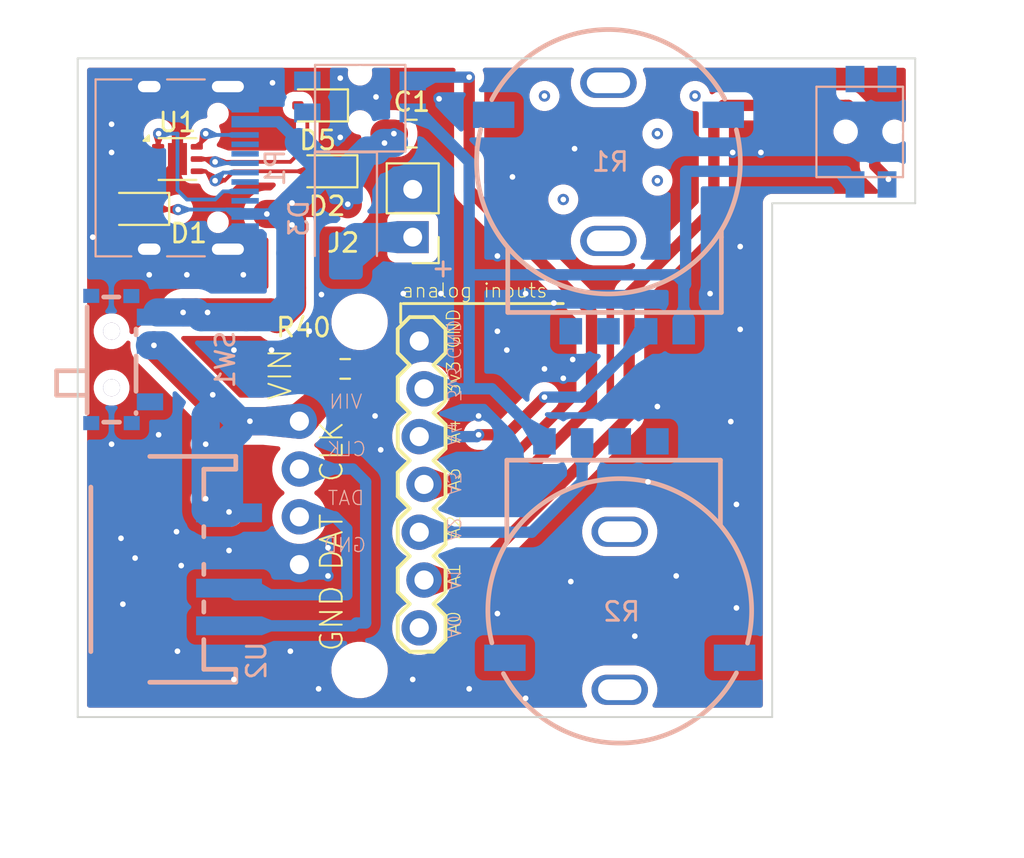
<source format=kicad_pcb>
(kicad_pcb (version 20241229) (generator "pcbnew") (generator_version "9.0")
  (layers (0 "F.Cu" signal) (2 "B.Cu" signal) (13 "F.Paste" user) (15 "B.Paste" user) (5 "F.SilkS" user "F.Silkscreen") (7 "B.SilkS" user "B.Silkscreen") (1 "F.Mask" user) (3 "B.Mask" user) (25 "Edge.Cuts" user))
  (net 0 "")
  (net 1 "GND")
  (net 2 "VIN")
  (net 3 "+3V3")
  (net 4 "AIN3")
  (net 5 "AIN2")
  (net 6 "AIN1")
  (net 7 "AIN4")
  (net 8 "AIN0")
  (net 9 "D+")
  (net 10 "D-")
  (net 11 "VBUS")
  (net 12 "CC1")
  (net 13 "CC2")
  (net 14 "MOSI_OUT")
  (net 15 "SCK_OUT")
  (net 28 "Net-(D3-A)")
  (footprint "Resistor_SMD:R_0603_1608Metric_Pad0.98x0.95mm_HandSolder" (layer "F.Cu") (at 175.4125 91.5 180)
    (property "Reference" "R40" (at 2.2125 2.2 0) (layer "F.SilkS"))
    (property "Value" "10k")
    (fp_line (start -0.254724 0.5225) (end 0.254724 0.5225) (stroke (width 0.12)) (layer "F.SilkS"))
    (fp_line (start -0.254724 -0.5225) (end 0.254724 -0.5225) (stroke (width 0.12)) (layer "F.SilkS"))
    (pad "1" smd roundrect (at -0.9125 0 180) (size 0.975 0.95) (layers "F.Cu" "F.Mask" "F.Paste") (net 1 "GND"))
    (pad "2" smd roundrect (at 0.9125 0 180) (size 0.975 0.95) (layers "F.Cu" "F.Mask" "F.Paste") (net 2 "VIN"))
  )
  (footprint "Capacitor_SMD:C_0805_2012Metric" (layer "F.Cu") (at 178.95 79)
    (property "Reference" "C1" (at 0 -1.68 0) (layer "F.SilkS"))
    (property "Value" "1u")
    (fp_line (start -0.261252 -0.735) (end 0.261252 -0.735) (stroke (width 0.12)) (layer "F.SilkS"))
    (fp_line (start -0.261252 0.735) (end 0.261252 0.735) (stroke (width 0.12)) (layer "F.SilkS"))
    (pad "1" smd roundrect (at -0.95 0) (size 1 1.45) (layers "F.Cu" "F.Mask" "F.Paste") (net 11 "VBUS"))
    (pad "2" smd roundrect (at 0.95 0) (size 1 1.45) (layers "F.Cu" "F.Mask" "F.Paste") (net 1 "GND"))
  )
  (footprint "" (layer "F.Cu") (at 176.17795 89)
    (property "Reference" "@HOLE0" (hide yes))
    (property "Value" "")
    (pad "" np_thru_hole circle (at 0 0) (size 2.5 2.5) (drill 2.5) (layers "*.Cu" "*.Mask"))
  )
  (footprint "" (layer "F.Cu") (at 176.17795 107.5)
    (property "Reference" "@HOLE1" (hide yes))
    (property "Value" "")
    (pad "" np_thru_hole circle (at 0 0) (size 2.5 2.5) (drill 2.5) (layers "*.Cu" "*.Mask"))
  )
  (footprint "1X04_NO_SILK_513" (layer "F.Cu") (at 172.97795 101.9 90)
    (property "Reference" "J4" (hide yes))
    (property "Value" "Conn_01x04_Pin")
    (pad "1" thru_hole circle (at 0 0 180) (size 1.8796 1.8796) (drill 1.016) (layers "*.Cu" "*.Mask") (net 1 "GND"))
    (pad "2" thru_hole circle (at 2.54 0 180) (size 1.8796 1.8796) (drill 1.016) (layers "*.Cu" "*.Mask") (net 14 "MOSI_OUT"))
    (pad "3" thru_hole circle (at 5.08 0 180) (size 1.8796 1.8796) (drill 1.016) (layers "*.Cu" "*.Mask") (net 15 "SCK_OUT"))
    (pad "4" thru_hole circle (at 7.62 0 180) (size 1.8796 1.8796) (drill 1.016) (layers "*.Cu" "*.Mask") (net 2 "VIN"))
  )
  (footprint "Connector_PinHeader_2.54mm:PinHeader_1x02_P2.54mm_Vertical" (layer "F.Cu") (at 179 84.5 180)
    (property "Reference" "J2" (at 3.7 -0.3 0) (layer "F.SilkS"))
    (property "Value" "Conn_01x02")
    (fp_line (start 1.38 1.27) (end 1.38 3.92) (stroke (width 0.12)) (layer "F.SilkS"))
    (fp_line (start -1.38 3.92) (end 1.38 3.92) (stroke (width 0.12)) (layer "F.SilkS"))
    (fp_line (start -1.38 1.27) (end 1.38 1.27) (stroke (width 0.12)) (layer "F.SilkS"))
    (fp_line (start -1.38 1.27) (end -1.38 3.92) (stroke (width 0.12)) (layer "F.SilkS"))
    (fp_line (start -1.38 0) (end -1.38 -1.38) (stroke (width 0.12)) (layer "F.SilkS"))
    (fp_line (start -1.38 -1.38) (end 0 -1.38) (stroke (width 0.12)) (layer "F.SilkS"))
    (pad "1" thru_hole rect (at 0 0 180) (size 1.7 1.7) (drill 1) (layers "*.Cu" "*.Mask") (net 28 "Net-(D3-A)"))
    (pad "2" thru_hole circle (at 0 2.54 180) (size 1.7 1.7) (drill 1) (layers "*.Cu" "*.Mask") (net 1 "GND"))
  )
  (footprint "Diode_SMD:D_SOD-323" (layer "F.Cu") (at 173.95 77.5 180)
    (property "Reference" "D5" (at 0 -1.85 0) (layer "F.SilkS"))
    (property "Value" "SD05_SOD323")
    (fp_line (start -1.61 0.85) (end 1.05 0.85) (stroke (width 0.12)) (layer "F.SilkS"))
    (fp_line (start -1.61 -0.85) (end 1.05 -0.85) (stroke (width 0.12)) (layer "F.SilkS"))
    (fp_line (start -1.61 -0.85) (end -1.61 0.85) (stroke (width 0.12)) (layer "F.SilkS"))
    (pad "1" smd roundrect (at -1.05 0 180) (size 0.6 0.45) (layers "F.Cu" "F.Mask" "F.Paste") (net 1 "GND"))
    (pad "2" smd roundrect (at 1.05 0 180) (size 0.6 0.45) (layers "F.Cu" "F.Mask" "F.Paste") (net 10 "D-"))
  )
  (footprint "Package_DFN_QFN:DFN-6-1EP_2x2mm_P0.65mm_EP1.01x1.7mm" (layer "F.Cu") (at 166.5 80.35)
    (property "Reference" "U1" (at 0 -1.95 0) (layer "F.SilkS"))
    (property "Value" "HUSB237")
    (fp_line (start -1 -1.11) (end 1 -1.11) (stroke (width 0.12)) (layer "F.SilkS"))
    (fp_line (start -1 1.11) (end 1 1.11) (stroke (width 0.12)) (layer "F.SilkS"))
    (fp_poly (pts (xy -1.52 -0.97) (xy -1.8 -0.97) (xy -1.52 -1.25)) (stroke (width 0.12)) (fill yes) (layer "F.SilkS"))
    (pad "1" smd roundrect (at -1.0275 -0.65) (size 0.645 0.3) (layers "F.Cu" "F.Mask" "F.Paste") (net 12 "CC1"))
    (pad "2" smd roundrect (at -1.0275 0) (size 0.645 0.3) (layers "F.Cu" "F.Mask" "F.Paste") (net 11 "VBUS"))
    (pad "3" smd roundrect (at -1.0275 0.65) (size 0.645 0.3) (layers "F.Cu" "F.Mask" "F.Paste") (net 1 "GND"))
    (pad "4" smd roundrect (at 1.0275 0.65) (size 0.645 0.3) (layers "F.Cu" "F.Mask" "F.Paste") (net 9 "D+"))
    (pad "5" smd roundrect (at 1.0275 0) (size 0.645 0.3) (layers "F.Cu" "F.Mask" "F.Paste") (net 10 "D-"))
    (pad "6" smd roundrect (at 1.0275 -0.65) (size 0.645 0.3) (layers "F.Cu" "F.Mask" "F.Paste") (net 13 "CC2"))
    (pad "7" smd rect (at 0 0) (size 1.01 1.7) (property pad_prop_heatsink) (layers "F.Cu" "F.Mask") (net 1 "GND"))
  )
  (footprint "Diode_SMD:D_SOD-323" (layer "F.Cu") (at 164.45 83 180)
    (property "Reference" "D1" (at -2.65 -1.3 0) (layer "F.SilkS"))
    (property "Value" "SD05_SOD323")
    (fp_line (start -1.61 0.85) (end 1.05 0.85) (stroke (width 0.12)) (layer "F.SilkS"))
    (fp_line (start -1.61 -0.85) (end 1.05 -0.85) (stroke (width 0.12)) (layer "F.SilkS"))
    (fp_line (start -1.61 -0.85) (end -1.61 0.85) (stroke (width 0.12)) (layer "F.SilkS"))
    (pad "1" smd roundrect (at -1.05 0 180) (size 0.6 0.45) (layers "F.Cu" "F.Mask" "F.Paste") (net 11 "VBUS"))
    (pad "2" smd roundrect (at 1.05 0 180) (size 0.6 0.45) (layers "F.Cu" "F.Mask" "F.Paste") (net 1 "GND"))
  )
  (footprint "Diode_SMD:D_SOD-323" (layer "F.Cu") (at 174.45 81 180)
    (property "Reference" "D2" (at 0 -1.85 0) (layer "F.SilkS"))
    (property "Value" "SD05_SOD323")
    (fp_line (start -1.61 0.85) (end 1.05 0.85) (stroke (width 0.12)) (layer "F.SilkS"))
    (fp_line (start -1.61 -0.85) (end 1.05 -0.85) (stroke (width 0.12)) (layer "F.SilkS"))
    (fp_line (start -1.61 -0.85) (end -1.61 0.85) (stroke (width 0.12)) (layer "F.SilkS"))
    (pad "1" smd roundrect (at -1.05 0 180) (size 0.6 0.45) (layers "F.Cu" "F.Mask" "F.Paste") (net 1 "GND"))
    (pad "2" smd roundrect (at 1.05 0 180) (size 0.6 0.45) (layers "F.Cu" "F.Mask" "F.Paste") (net 9 "D+"))
  )
  (footprint "1X07_LOCK_513" (layer "F.Cu") (at 179.47395 105.258 90)
    (property "Reference" "J3" (hide yes))
    (property "Value" "Conn_01x07_Pin")
    (fp_line (start 15.875 -1.27) (end 16.51 -0.635) (stroke (width 0.2032)) (layer "F.SilkS"))
    (fp_line (start 14.605 -1.27) (end 15.875 -1.27) (stroke (width 0.2032)) (layer "F.SilkS"))
    (fp_line (start 14.605 -1.27) (end 13.97 -0.635) (stroke (width 0.2032)) (layer "F.SilkS"))
    (fp_line (start 13.335 -1.27) (end 13.97 -0.635) (stroke (width 0.2032)) (layer "F.SilkS"))
    (fp_line (start 12.065 -1.27) (end 13.335 -1.27) (stroke (width 0.2032)) (layer "F.SilkS"))
    (fp_line (start 10.795 -1.27) (end 11.43 -0.635) (stroke (width 0.2032)) (layer "F.SilkS"))
    (fp_line (start 9.525 -1.27) (end 10.795 -1.27) (stroke (width 0.2032)) (layer "F.SilkS"))
    (fp_line (start 8.255 -1.27) (end 8.89 -0.635) (stroke (width 0.2032)) (layer "F.SilkS"))
    (fp_line (start 6.985 -1.27) (end 8.255 -1.27) (stroke (width 0.2032)) (layer "F.SilkS"))
    (fp_line (start 6.985 -1.27) (end 6.35 -0.635) (stroke (width 0.2032)) (layer "F.SilkS"))
    (fp_line (start 5.715 -1.27) (end 6.35 -0.635) (stroke (width 0.2032)) (layer "F.SilkS"))
    (fp_line (start 4.445 -1.27) (end 5.715 -1.27) (stroke (width 0.2032)) (layer "F.SilkS"))
    (fp_line (start 3.175 -1.27) (end 3.81 -0.635) (stroke (width 0.2032)) (layer "F.SilkS"))
    (fp_line (start 1.905 -1.27) (end 3.175 -1.27) (stroke (width 0.2032)) (layer "F.SilkS"))
    (fp_line (start 0.635 -1.27) (end 1.27 -0.635) (stroke (width 0.2032)) (layer "F.SilkS"))
    (fp_line (start -0.635 -1.27) (end 0.635 -1.27) (stroke (width 0.2032)) (layer "F.SilkS"))
    (fp_line (start -0.635 -1.27) (end -1.27 -0.635) (stroke (width 0.2032)) (layer "F.SilkS"))
    (fp_line (start 16.51 -0.635) (end 16.51 0.635) (stroke (width 0.2032)) (layer "F.SilkS"))
    (fp_line (start 11.43 -0.635) (end 12.065 -1.27) (stroke (width 0.2032)) (layer "F.SilkS"))
    (fp_line (start 8.89 -0.635) (end 9.525 -1.27) (stroke (width 0.2032)) (layer "F.SilkS"))
    (fp_line (start 3.81 -0.635) (end 4.445 -1.27) (stroke (width 0.2032)) (layer "F.SilkS"))
    (fp_line (start 1.27 -0.635) (end 1.905 -1.27) (stroke (width 0.2032)) (layer "F.SilkS"))
    (fp_line (start -1.27 -0.635) (end -1.27 0.635) (stroke (width 0.2032)) (layer "F.SilkS"))
    (fp_line (start 16.51 0.635) (end 15.875 1.27) (stroke (width 0.2032)) (layer "F.SilkS"))
    (fp_line (start 13.97 0.635) (end 14.605 1.27) (stroke (width 0.2032)) (layer "F.SilkS"))
    (fp_line (start 13.97 0.635) (end 13.335 1.27) (stroke (width 0.2032)) (layer "F.SilkS"))
    (fp_line (start 11.43 0.635) (end 10.795 1.27) (stroke (width 0.2032)) (layer "F.SilkS"))
    (fp_line (start 8.89 0.635) (end 8.255 1.27) (stroke (width 0.2032)) (layer "F.SilkS"))
    (fp_line (start 6.35 0.635) (end 6.985 1.27) (stroke (width 0.2032)) (layer "F.SilkS"))
    (fp_line (start 6.35 0.635) (end 5.715 1.27) (stroke (width 0.2032)) (layer "F.SilkS"))
    (fp_line (start 3.81 0.635) (end 3.175 1.27) (stroke (width 0.2032)) (layer "F.SilkS"))
    (fp_line (start 1.27 0.635) (end 0.635 1.27) (stroke (width 0.2032)) (layer "F.SilkS"))
    (fp_line (start -1.27 0.635) (end -0.635 1.27) (stroke (width 0.2032)) (layer "F.SilkS"))
    (fp_line (start 15.875 1.27) (end 14.605 1.27) (stroke (width 0.2032)) (layer "F.SilkS"))
    (fp_line (start 13.335 1.27) (end 12.065 1.27) (stroke (width 0.2032)) (layer "F.SilkS"))
    (fp_line (start 12.065 1.27) (end 11.43 0.635) (stroke (width 0.2032)) (layer "F.SilkS"))
    (fp_line (start 10.795 1.27) (end 9.525 1.27) (stroke (width 0.2032)) (layer "F.SilkS"))
    (fp_line (start 9.525 1.27) (end 8.89 0.635) (stroke (width 0.2032)) (layer "F.SilkS"))
    (fp_line (start 8.255 1.27) (end 6.985 1.27) (stroke (width 0.2032)) (layer "F.SilkS"))
    (fp_line (start 5.715 1.27) (end 4.445 1.27) (stroke (width 0.2032)) (layer "F.SilkS"))
    (fp_line (start 4.445 1.27) (end 3.81 0.635) (stroke (width 0.2032)) (layer "F.SilkS"))
    (fp_line (start 3.175 1.27) (end 1.905 1.27) (stroke (width 0.2032)) (layer "F.SilkS"))
    (fp_line (start 1.905 1.27) (end 1.27 0.635) (stroke (width 0.2032)) (layer "F.SilkS"))
    (fp_line (start 0.635 1.27) (end -0.635 1.27) (stroke (width 0.2032)) (layer "F.SilkS"))
    (pad "1" thru_hole circle (at 0 -0.127 180) (size 1.8796 1.8796) (drill 1.016) (layers "*.Cu" "*.Mask") (net 8 "AIN0"))
    (pad "2" thru_hole circle (at 2.54 0.127 180) (size 1.8796 1.8796) (drill 1.016) (layers "*.Cu" "*.Mask") (net 6 "AIN1"))
    (pad "3" thru_hole circle (at 5.08 -0.127 180) (size 1.8796 1.8796) (drill 1.016) (layers "*.Cu" "*.Mask") (net 5 "AIN2"))
    (pad "4" thru_hole circle (at 7.62 0.127 180) (size 1.8796 1.8796) (drill 1.016) (layers "*.Cu" "*.Mask") (net 4 "AIN3"))
    (pad "5" thru_hole circle (at 10.16 -0.127 180) (size 1.8796 1.8796) (drill 1.016) (layers "*.Cu" "*.Mask") (net 7 "AIN4"))
    (pad "6" thru_hole circle (at 12.7 0.127 180) (size 1.8796 1.8796) (drill 1.016) (layers "*.Cu" "*.Mask") (net 3 "+3V3"))
    (pad "7" thru_hole circle (at 15.24 -0.127 180) (size 1.8796 1.8796) (drill 1.016) (layers "*.Cu" "*.Mask") (net 1 "GND"))
  )
  (footprint "easyeda2kicad:RES-SMD_RK10J11R0A0H" (layer "B.Cu") (at 189.4 82.9 180)
    (property "Reference" "R1" (at -0.1 2.4 0) (layer "B.SilkS") (effects (justify mirror)))
    (property "Value" "RK10J11R0A0H")
    (fp_line (start 5.35 -5.6) (end 5.35 -2.2) (stroke (width 0.25)) (layer "B.SilkS"))
    (fp_line (start 5.35 -5.6) (end -6 -5.6) (stroke (width 0.25)) (layer "B.SilkS"))
    (fp_line (start -6 -1.6) (end -6 -1.3) (stroke (width 0.25)) (layer "B.SilkS"))
    (fp_line (start -6 -5.6) (end -6 -1.6) (stroke (width 0.25)) (layer "B.SilkS"))
    (fp_arc (start 6.199921 5.702762) (mid 0.021116 9.430032) (end -6.18 5.74) (stroke (width 0.25)) (layer "B.SilkS"))
    (fp_arc (start -6.794151 4.103626) (mid 0.008446 -4.61692) (end 6.79 4.12) (stroke (width 0.25)) (layer "B.SilkS"))
    (pad "1" smd rect (at -4 -6.6 90) (size 1.4 1.2) (layers "B.Cu" "B.Mask" "B.Paste") (net 3 "+3V3"))
    (pad "2" smd rect (at -2 -6.6 90) (size 1.4 1.2) (layers "B.Cu" "B.Mask" "B.Paste") (net 7 "AIN4"))
    (pad "3" smd rect (at 4 -6.6 90) (size 1.4 1.2) (layers "B.Cu" "B.Mask" "B.Paste") (net 1 "GND"))
    (pad "4" smd rect (at 0 -6.6 90) (size 1.4 1.2) (layers "B.Cu" "B.Mask" "B.Paste"))
    (pad "5" smd rect (at 2 -6.6 90) (size 1.4 1.2) (layers "B.Cu" "B.Mask" "B.Paste"))
    (pad "6" smd rect (at -6.1 4.9 270) (size 1.4 2.2) (layers "B.Cu" "B.Mask" "B.Paste"))
    (pad "6" smd rect (at 6.1 4.9 270) (size 1.4 2.2) (layers "B.Cu" "B.Mask" "B.Paste"))
    (pad "7" thru_hole oval (at 0 -1.8 270) (size 1.6 3) (drill oval 1.100023 2.300021) (layers "*.Cu" "*.Mask"))
    (pad "7" thru_hole oval (at 0 6.6 270) (size 1.6 3) (drill oval 1.100023 2.300021) (layers "*.Cu" "*.Mask"))
  )
  (footprint "switchLibrary:K2-1114SA-A4SW-06" (layer "B.Cu") (at 176.2 77.1)
    (property "Reference" "SW4" (hide yes))
    (property "Value" "SW_Push")
    (fp_line (start -2.39 -1.749999) (end -2.39 2.85) (stroke (width 0.12)) (layer "B.SilkS"))
    (fp_line (start -2.39 2.85) (end 2.41 2.850001) (stroke (width 0.12)) (layer "B.SilkS"))
    (fp_line (start 2.409999 -1.750001) (end -2.39 -1.749999) (stroke (width 0.12)) (layer "B.SilkS"))
    (fp_line (start 2.41 2.850001) (end 2.409999 -1.750001) (stroke (width 0.12)) (layer "B.SilkS"))
    (pad "" smd rect (at -2.800001 0.8) (size 1.4 1) (layers "B.Cu" "B.Mask" "B.Paste"))
    (pad "" smd rect (at -2.8 -0.899999) (size 1.4 1) (layers "B.Cu" "B.Mask" "B.Paste"))
    (pad "" np_thru_hole circle (at 0 -1.3) (size 0.8 0.8) (drill 0.8) (layers "*.Cu" "*.Mask"))
    (pad "" np_thru_hole circle (at 0 1.3) (size 0.8 0.8) (drill 0.8) (layers "*.Cu" "*.Mask"))
    (pad "1" smd rect (at 2.8 0.800001) (size 1.4 1) (layers "B.Cu" "B.Mask" "B.Paste") (net 3 "+3V3"))
    (pad "2" smd rect (at 2.8 -0.9) (size 1.4 1) (layers "B.Cu" "B.Mask" "B.Paste") (net 4 "AIN3"))
  )
  (footprint "switchLibrary:K2-1114SA-A4SW-06" (layer "B.Cu") (at 203.300001 78.9 -90)
    (property "Reference" "SW3" (hide yes))
    (property "Value" "SW_Push")
    (fp_line (start 2.41 2.850001) (end 2.409999 -1.750001) (stroke (width 0.12)) (layer "B.SilkS"))
    (fp_line (start -2.39 2.85) (end 2.41 2.850001) (stroke (width 0.12)) (layer "B.SilkS"))
    (fp_line (start -2.39 -1.749999) (end -2.39 2.85) (stroke (width 0.12)) (layer "B.SilkS"))
    (fp_line (start 2.409999 -1.750001) (end -2.39 -1.749999) (stroke (width 0.12)) (layer "B.SilkS"))
    (pad "" smd rect (at -2.800001 0.8 270) (size 1.4 1) (layers "B.Cu" "B.Mask" "B.Paste"))
    (pad "" smd rect (at -2.8 -0.899999 270) (size 1.4 1) (layers "B.Cu" "B.Mask" "B.Paste"))
    (pad "" np_thru_hole circle (at 0 -1.3 270) (size 0.8 0.8) (drill 0.8) (layers "*.Cu" "*.Mask"))
    (pad "" np_thru_hole circle (at 0 1.3 270) (size 0.8 0.8) (drill 0.8) (layers "*.Cu" "*.Mask"))
    (pad "1" smd rect (at 2.8 0.800001 270) (size 1.4 1) (layers "B.Cu" "B.Mask" "B.Paste") (net 3 "+3V3"))
    (pad "2" smd rect (at 2.8 -0.9 270) (size 1.4 1) (layers "B.Cu" "B.Mask" "B.Paste") (net 6 "AIN1"))
  )
  (footprint "Connector_USB:USB_C_Receptacle_HRO_TYPE-C-31-M-12" (layer "B.Cu") (at 166.05 80.82 90)
    (property "Reference" "P1" (at 0 5.645 90) (layer "B.SilkS") (effects (justify mirror)))
    (property "Value" "USB_C_Plug_USB2.0")
    (fp_line (start -4.7 -3.9) (end 4.7 -3.9) (stroke (width 0.12)) (layer "B.SilkS"))
    (fp_line (start 4.7 -2) (end 4.7 -3.9) (stroke (width 0.12)) (layer "B.SilkS"))
    (fp_line (start -4.7 -2) (end -4.7 -3.9) (stroke (width 0.12)) (layer "B.SilkS"))
    (fp_line (start 4.7 1.9) (end 4.7 -0.1) (stroke (width 0.12)) (layer "B.SilkS"))
    (fp_line (start -4.7 1.9) (end -4.7 -0.1) (stroke (width 0.12)) (layer "B.SilkS"))
    (pad "" np_thru_hole circle (at -2.89 2.6 90) (size 0.65 0.65) (drill 0.65) (layers "*.Cu" "*.Mask"))
    (pad "" np_thru_hole circle (at 2.89 2.6 90) (size 0.65 0.65) (drill 0.65) (layers "*.Cu" "*.Mask"))
    (pad "A1" smd rect (at -3.25 4.045 90) (size 0.6 1.45) (layers "B.Cu" "B.Mask" "B.Paste") (net 1 "GND"))
    (pad "A4" smd rect (at -2.45 4.045 90) (size 0.6 1.45) (layers "B.Cu" "B.Mask" "B.Paste") (net 11 "VBUS"))
    (pad "A5" smd rect (at -1.25 4.045 90) (size 0.3 1.45) (layers "B.Cu" "B.Mask" "B.Paste") (net 12 "CC1"))
    (pad "A6" smd rect (at -0.25 4.045 90) (size 0.3 1.45) (layers "B.Cu" "B.Mask" "B.Paste") (net 9 "D+"))
    (pad "A7" smd rect (at 0.25 4.045 90) (size 0.3 1.45) (layers "B.Cu" "B.Mask" "B.Paste") (net 10 "D-"))
    (pad "A8" smd rect (at 1.25 4.045 90) (size 0.3 1.45) (layers "B.Cu" "B.Mask" "B.Paste"))
    (pad "A9" smd rect (at 2.45 4.045 90) (size 0.6 1.45) (layers "B.Cu" "B.Mask" "B.Paste") (net 11 "VBUS"))
    (pad "A12" smd rect (at 3.25 4.045 90) (size 0.6 1.45) (layers "B.Cu" "B.Mask" "B.Paste") (net 1 "GND"))
    (pad "B1" smd rect (at 3.25 4.045 90) (size 0.6 1.45) (layers "B.Cu" "B.Mask" "B.Paste") (net 1 "GND"))
    (pad "B4" smd rect (at 2.45 4.045 90) (size 0.6 1.45) (layers "B.Cu" "B.Mask" "B.Paste") (net 11 "VBUS"))
    (pad "B5" smd rect (at 1.75 4.045 90) (size 0.3 1.45) (layers "B.Cu" "B.Mask" "B.Paste") (net 13 "CC2"))
    (pad "B6" smd rect (at 0.75 4.045 90) (size 0.3 1.45) (layers "B.Cu" "B.Mask" "B.Paste"))
    (pad "B7" smd rect (at -0.75 4.045 90) (size 0.3 1.45) (layers "B.Cu" "B.Mask" "B.Paste"))
    (pad "B8" smd rect (at -1.75 4.045 90) (size 0.3 1.45) (layers "B.Cu" "B.Mask" "B.Paste"))
    (pad "B9" smd rect (at -2.45 4.045 90) (size 0.6 1.45) (layers "B.Cu" "B.Mask" "B.Paste") (net 11 "VBUS"))
    (pad "B12" smd rect (at -3.25 4.045 90) (size 0.6 1.45) (layers "B.Cu" "B.Mask" "B.Paste") (net 1 "GND"))
    (pad "S1" thru_hole oval (at -4.32 -1.05 90) (size 1 1.6) (drill oval 0.6 1.2) (property pad_prop_heatsink) (layers "*.Cu" "*.Mask") (net 1 "GND"))
    (pad "S1" thru_hole oval (at -4.32 3.13 90) (size 1 2.1) (drill oval 0.6 1.7) (property pad_prop_heatsink) (layers "*.Cu" "*.Mask") (net 1 "GND"))
    (pad "S1" thru_hole oval (at 4.32 -1.05 90) (size 1 1.6) (drill oval 0.6 1.2) (property pad_prop_heatsink) (layers "*.Cu" "*.Mask") (net 1 "GND"))
    (pad "S1" thru_hole oval (at 4.32 3.13 90) (size 1 2.1) (drill oval 0.6 1.7) (property pad_prop_heatsink) (layers "*.Cu" "*.Mask") (net 1 "GND"))
  )
  (footprint "easyeda2kicad:SW-SMD_MK-12C03-G015" (layer "B.Cu") (at 163.48 91 90)
    (property "Reference" "SW1" (at 0 5.56 90) (layer "B.SilkS") (effects (justify mirror)))
    (property "Value" "MK-12C03-G015")
    (fp_line (start -0.6 -3.4) (end -0.6 -1.78) (stroke (width 0.25)) (layer "B.SilkS"))
    (fp_line (start -1.9 -3.4) (end -0.6 -3.4) (stroke (width 0.25)) (layer "B.SilkS"))
    (fp_line (start -0.6 -1.78) (end -0.6 -1.78) (stroke (width 0.25)) (layer "B.SilkS"))
    (fp_line (start -1.9 -1.78) (end -1.9 -3.4) (stroke (width 0.25)) (layer "B.SilkS"))
    (fp_line (start -2.85 -1.78) (end 2.8 -1.78) (stroke (width 0.25)) (layer "B.SilkS"))
    (fp_line (start 3.32 -0.09) (end 3.32 -0.9) (stroke (width 0.25)) (layer "B.SilkS"))
    (fp_line (start -3.33 -0.06) (end -3.33 -0.9) (stroke (width 0.25)) (layer "B.SilkS"))
    (fp_line (start 1.62 0.82) (end 1.31 0.82) (stroke (width 0.25)) (layer "B.SilkS"))
    (fp_line (start 0.18 0.82) (end -1.69 0.82) (stroke (width 0.25)) (layer "B.SilkS"))
    (fp_line (start -2.82 0.82) (end -2.87 0.82) (stroke (width 0.25)) (layer "B.SilkS"))
    (pad "" thru_hole circle (at -1.5 -0.48 90) (size 0.9 0.9) (drill 0.9) (layers "*.Cu" "*.Mask"))
    (pad "" thru_hole circle (at 1.5 -0.48 90) (size 0.9 0.9) (drill 0.9) (layers "*.Cu" "*.Mask"))
    (pad "1" smd rect (at -2.25 1.56 90) (size 0.9 1.4) (layers "B.Cu" "B.Mask" "B.Paste"))
    (pad "2" smd rect (at 0.75 1.56 90) (size 0.9 1.4) (layers "B.Cu" "B.Mask" "B.Paste") (net 2 "VIN"))
    (pad "3" smd rect (at 2.25 1.56 90) (size 0.9 1.4) (layers "B.Cu" "B.Mask" "B.Paste") (net 11 "VBUS"))
    (pad "4" smd rect (at -3.38 0.59 90) (size 0.75 0.85) (layers "B.Cu" "B.Mask" "B.Paste"))
    (pad "5" smd rect (at -3.38 -1.56 90) (size 0.75 0.85) (layers "B.Cu" "B.Mask" "B.Paste"))
    (pad "6" smd rect (at 3.37 0.57 90) (size 0.75 0.85) (layers "B.Cu" "B.Mask" "B.Paste"))
    (pad "7" smd rect (at 3.38 -1.56 90) (size 0.75 0.85) (layers "B.Cu" "B.Mask" "B.Paste"))
  )
  (footprint "Diode_SMD:D_SMA" (layer "B.Cu") (at 175.45 83.5 -90)
    (property "Reference" "D3" (at 0 2.5 90) (layer "B.SilkS") (effects (justify mirror)))
    (property "Value" "SS34")
    (fp_line (start -3.51 1.65) (end 2 1.65) (stroke (width 0.12)) (layer "B.SilkS"))
    (fp_line (start -3.51 1.65) (end -3.51 -1.65) (stroke (width 0.12)) (layer "B.SilkS"))
    (fp_line (start -3.51 -1.65) (end 2 -1.65) (stroke (width 0.12)) (layer "B.SilkS"))
    (pad "1" smd roundrect (at -2 0 270) (size 2.5 1.8) (layers "B.Cu" "B.Mask" "B.Paste") (roundrect_rratio 0.1388888889) (net 11 "VBUS"))
    (pad "2" smd roundrect (at 2 0 270) (size 2.5 1.8) (layers "B.Cu" "B.Mask" "B.Paste") (roundrect_rratio 0.1388888889) (net 28 "Net-(D3-A)"))
  )
  (footprint "easyeda2kicad:CONN-SMD_4P-P2.00_C2001RS10411M0101RC" (layer "B.Cu") (at 166.37 102.15 90)
    (property "Reference" "U2" (at -4.85 4.33 90) (layer "B.SilkS") (effects (justify mirror)))
    (property "Value" "ZX-PH2.0-WT4P")
    (fp_line (start -4.37 -4.47) (end 4.37 -4.47) (stroke (width 0.25)) (layer "B.SilkS"))
    (fp_line (start 3.73 1.53) (end 5.32 1.53) (stroke (width 0.25)) (layer "B.SilkS"))
    (fp_line (start 1.73 1.53) (end 2.27 1.53) (stroke (width 0.25)) (layer "B.SilkS"))
    (fp_line (start 0 1.53) (end 0.27 1.53) (stroke (width 0.25)) (layer "B.SilkS"))
    (fp_line (start 0 1.53) (end -0.27 1.53) (stroke (width 0.25)) (layer "B.SilkS"))
    (fp_line (start -1.73 1.53) (end -2.27 1.53) (stroke (width 0.25)) (layer "B.SilkS"))
    (fp_line (start -3.73 1.53) (end -5.31 1.53) (stroke (width 0.25)) (layer "B.SilkS"))
    (fp_line (start -5.31 1.53) (end -5.31 3.23) (stroke (width 0.25)) (layer "B.SilkS"))
    (fp_line (start 6 3.23) (end 6 -1.34) (stroke (width 0.25)) (layer "B.SilkS"))
    (fp_line (start 6 3.23) (end 5.32 3.23) (stroke (width 0.25)) (layer "B.SilkS"))
    (fp_line (start 5.32 3.23) (end 5.32 1.53) (stroke (width 0.25)) (layer "B.SilkS"))
    (fp_line (start -5.31 3.23) (end -6 3.23) (stroke (width 0.25)) (layer "B.SilkS"))
    (fp_line (start -6 3.23) (end -6 -1.34) (stroke (width 0.25)) (layer "B.SilkS"))
    (pad "1" smd rect (at -3 2.87 90) (size 1 3.5) (layers "B.Cu" "B.Mask" "B.Paste") (net 15 "SCK_OUT"))
    (pad "2" smd rect (at -1 2.87 90) (size 1 3.5) (layers "B.Cu" "B.Mask" "B.Paste") (net 14 "MOSI_OUT"))
    (pad "3" smd rect (at 1 2.87 90) (size 1 3.5) (layers "B.Cu" "B.Mask" "B.Paste") (net 1 "GND"))
    (pad "4" smd rect (at 3 2.87 90) (size 1 3.5) (layers "B.Cu" "B.Mask" "B.Paste") (net 2 "VIN"))
    (pad "5" smd rect (at -5.35 -2.87 90) (size 1.5 3.4) (layers "B.Cu" "B.Mask" "B.Paste") (net 1 "GND"))
    (pad "6" smd rect (at 5.35 -2.87 90) (size 1.5 3.4) (layers "B.Cu" "B.Mask" "B.Paste") (net 1 "GND"))
  )
  (footprint "easyeda2kicad:RES-SMD_RK10J11R0A0H" (layer "B.Cu") (at 190 101.95)
    (property "Reference" "R2" (at 0.1 2.45 0) (layer "B.SilkS") (effects (justify mirror)))
    (property "Value" "RK10J11R0A0H")
    (fp_line (start -6 -5.6) (end -6 -1.6) (stroke (width 0.25)) (layer "B.SilkS"))
    (fp_line (start -6 -1.6) (end -6 -1.3) (stroke (width 0.25)) (layer "B.SilkS"))
    (fp_line (start 5.35 -5.6) (end -6 -5.6) (stroke (width 0.25)) (layer "B.SilkS"))
    (fp_line (start 5.35 -5.6) (end 5.35 -2.2) (stroke (width 0.25)) (layer "B.SilkS"))
    (fp_arc (start -6.794151 4.103626) (mid 0.008446 -4.61692) (end 6.79 4.12) (stroke (width 0.25)) (layer "B.SilkS"))
    (fp_arc (start 6.199921 5.702762) (mid 0.021116 9.430032) (end -6.18 5.74) (stroke (width 0.25)) (layer "B.SilkS"))
    (pad "1" smd rect (at -4 -6.6 270) (size 1.4 1.2) (layers "B.Cu" "B.Mask" "B.Paste") (net 3 "+3V3"))
    (pad "2" smd rect (at -2 -6.6 270) (size 1.4 1.2) (layers "B.Cu" "B.Mask" "B.Paste") (net 5 "AIN2"))
    (pad "3" smd rect (at 4 -6.6 270) (size 1.4 1.2) (layers "B.Cu" "B.Mask" "B.Paste") (net 1 "GND"))
    (pad "4" smd rect (at 0 -6.6 270) (size 1.4 1.2) (layers "B.Cu" "B.Mask" "B.Paste"))
    (pad "5" smd rect (at 2 -6.6 270) (size 1.4 1.2) (layers "B.Cu" "B.Mask" "B.Paste"))
    (pad "6" smd rect (at -6.1 4.9 90) (size 1.4 2.2) (layers "B.Cu" "B.Mask" "B.Paste"))
    (pad "6" smd rect (at 6.1 4.9 90) (size 1.4 2.2) (layers "B.Cu" "B.Mask" "B.Paste"))
    (pad "7" thru_hole oval (at 0 -1.8 90) (size 1.6 3) (drill oval 1.100023 2.300021) (layers "*.Cu" "*.Mask"))
    (pad "7" thru_hole oval (at 0 6.6 90) (size 1.6 3) (drill oval 1.100023 2.300021) (layers "*.Cu" "*.Mask"))
  )
  (gr_line (start 178.48895 88.029) (end 186.99795 88.029) (stroke (width 0.1524)) (layer "F.SilkS"))
  (gr_line (start 178.36195 89.045) (end 178.36195 88.029) (stroke (width 0.1524)) (layer "F.SilkS"))
  (gr_line (start 198.1 82.7) (end 198.1 110) (stroke (width 0.1)) (layer "Edge.Cuts"))
  (gr_line (start 161.2 75) (end 161.2 110) (stroke (width 0.1)) (layer "Edge.Cuts"))
  (gr_line (start 205.7 82.7) (end 198.1 82.7) (stroke (width 0.1)) (layer "Edge.Cuts"))
  (gr_line (start 161.2 110) (end 198.1 110) (stroke (width 0.1)) (layer "Edge.Cuts"))
  (gr_line (start 205.7 82.7) (end 205.7 75) (stroke (width 0.1)) (layer "Edge.Cuts"))
  (gr_line (start 205.7 75) (end 161.2 75) (stroke (width 0.1)) (layer "Edge.Cuts"))
  (gr_text "A4" (at 181.58475 95.5094 90) (layer "F.SilkS") (effects (font (size 0.70104 0.70104) (thickness 0.06096)) (justify left bottom)))
  (gr_text "GND" (at 181.57475 90.4694 90) (layer "F.SilkS") (effects (font (size 0.70104 0.70104) (thickness 0.06096)) (justify left bottom)))
  (gr_text "GND" (at 175.37795 106.6 90) (layer "F.SilkS") (effects (font (size 1.1684 1.1684) (thickness 0.1016)) (justify left bottom)))
  (gr_text "CLK" (at 175.37795 97.6 90) (layer "F.SilkS") (effects (font (size 1.1684 1.1684) (thickness 0.1016)) (justify left bottom)))
  (gr_text "3v3" (at 181.58475 92.9694 90) (layer "F.SilkS") (effects (font (size 0.70104 0.70104) (thickness 0.06096)) (justify left bottom)))
  (gr_text "A3" (at 181.58475 98.0494 90) (layer "F.SilkS") (effects (font (size 0.70104 0.70104) (thickness 0.06096)) (justify left bottom)))
  (gr_text "VIN" (at 172.64545 93.246 90) (layer "F.SilkS") (effects (font (size 1.1684 1.1684) (thickness 0.1016)) (justify left bottom)))
  (gr_text "A1" (at 181.58475 103.1294 90) (layer "F.SilkS") (effects (font (size 0.70104 0.70104) (thickness 0.06096)) (justify left bottom)))
  (gr_text "A0" (at 181.58475 105.6694 90) (layer "F.SilkS") (effects (font (size 0.70104 0.70104) (thickness 0.06096)) (justify left bottom)))
  (gr_text "analog inputs" (at 178.36195 87.775 0) (layer "F.SilkS") (effects (font (size 0.747776 0.747776) (thickness 0.065024)) (justify left bottom)))
  (gr_text "A2" (at 181.58475 100.5894 90) (layer "F.SilkS") (effects (font (size 0.70104 0.70104) (thickness 0.06096)) (justify left bottom)))
  (gr_text "DAT" (at 175.37795 102.3 90) (layer "F.SilkS") (effects (font (size 1.1684 1.1684) (thickness 0.1016)) (justify left bottom)))
  (gr_text "A3" (at 181.58475 98.26062 -90) (layer "B.SilkS") (effects (font (size 0.70104 0.70104) (thickness 0.06096)) (justify left top mirror)))
  (gr_text "VIN" (at 176.37795 93.68 0) (layer "B.SilkS") (effects (font (size 0.747776 0.747776) (thickness 0.065024)) (justify left bottom mirror)))
  (gr_text "A1" (at 181.58475 103.34062 -90) (layer "B.SilkS") (effects (font (size 0.70104 0.70104) (thickness 0.06096)) (justify left top mirror)))
  (gr_text "CLK" (at 176.57795 96.2 0) (layer "B.SilkS") (effects (font (size 0.747776 0.747776) (thickness 0.065024)) (justify left bottom mirror)))
  (gr_text "A0" (at 181.58475 105.88062 -90) (layer "B.SilkS") (effects (font (size 0.70104 0.70104) (thickness 0.06096)) (justify left top mirror)))
  (gr_text "3v3" (at 181.58475 93.281512 -90) (layer "B.SilkS") (effects (font (size 0.70104 0.70104) (thickness 0.06096)) (justify left top mirror)))
  (gr_text "GND" (at 181.57475 91.048575 -90) (layer "B.SilkS") (effects (font (size 0.70104 0.70104) (thickness 0.06096)) (justify left top mirror)))
  (gr_text "GND" (at 176.57795 101.3 0) (layer "B.SilkS") (effects (font (size 0.747776 0.747776) (thickness 0.065024)) (justify left bottom mirror)))
  (gr_text "A4" (at 181.58475 95.62062 -90) (layer "B.SilkS") (effects (font (size 0.70104 0.70104) (thickness 0.06096)) (justify left top mirror)))
  (gr_text "+" (at 179.9 86.7 0) (layer "B.SilkS") (effects (font (size 1 1)) (justify left bottom)))
  (gr_text "A2" (at 181.58475 100.70062 -90) (layer "B.SilkS") (effects (font (size 0.70104 0.70104) (thickness 0.06096)) (justify left top mirror)))
  (gr_text "DAT" (at 176.47795 98.8 0) (layer "B.SilkS") (effects (font (size 0.747776 0.747776) (thickness 0.065024)) (justify left bottom mirror)))
  (via (at 192 81.5) (size 0.6) (drill 0.3) (layers "F.Cu" "B.Cu") (net 0))
  (via (at 194 77) (size 0.6) (drill 0.3) (layers "F.Cu" "B.Cu") (net 0))
  (via (at 187 82.5) (size 0.6) (drill 0.3) (layers "F.Cu" "B.Cu") (net 0))
  (via (at 192 79) (size 0.6) (drill 0.3) (layers "F.Cu" "B.Cu") (net 0))
  (via (at 186 77) (size 0.6) (drill 0.3) (layers "F.Cu" "B.Cu") (net 0))
  (segment (start 165.85 81) (end 166.5 80.35) (width 0.2) (layer "F.Cu") (net 1))
  (segment (start 166.5 80.35) (end 166.5 77) (width 0.6) (layer "F.Cu") (net 1))
  (segment (start 165 85.14) (end 163.4 83.54) (width 0.2) (layer "F.Cu") (net 1))
  (segment (start 163.4 83.54) (end 163.4 83) (width 0.2) (layer "F.Cu") (net 1))
  (segment (start 166.5 77) (end 165.5 77) (width 0.6) (layer "F.Cu") (net 1))
  (segment (start 165.4725 81) (end 165.85 81) (width 0.2) (layer "F.Cu") (net 1))
  (segment (start 165.5 77) (end 165 76.5) (width 0.6) (layer "F.Cu") (net 1))
  (via (at 171.55 76.3) (size 0.6) (drill 0.3) (layers "F.Cu" "B.Cu") (net 1))
  (via (at 164.25 101.55) (size 0.6) (drill 0.3) (layers "F.Cu" "B.Cu") (net 1))
  (via (at 163 80) (size 0.6) (drill 0.3) (layers "F.Cu" "B.Cu") (net 1))
  (via (at 166.5 106.5) (size 0.6) (drill 0.3) (layers "F.Cu" "B.Cu") (net 1))
  (via (at 185 109) (size 0.6) (drill 0.3) (layers "F.Cu" "B.Cu") (net 1))
  (via (at 196.4 89.4) (size 0.6) (drill 0.3) (layers "F.Cu" "B.Cu") (net 1))
  (via (at 197.5 80) (size 0.6) (drill 0.3) (layers "F.Cu" "B.Cu") (net 1))
  (via (at 182.5 94) (size 0.6) (drill 0.3) (layers "F.Cu" "B.Cu") (net 1))
  (via (at 187 92) (size 0.6) (drill 0.3) (layers "F.Cu" "B.Cu") (net 1))
  (via (at 180.5 87.5) (size 0.6) (drill 0.3) (layers "F.Cu" "B.Cu") (net 1))
  (via (at 187.5 91) (size 0.6) (drill 0.3) (layers "F.Cu" "B.Cu") (net 1))
  (via (at 196.2 104.2) (size 0.6) (drill 0.3) (layers "F.Cu" "B.Cu") (net 1))
  (via (at 185 87.5) (size 0.6) (drill 0.3) (layers "F.Cu" "B.Cu") (net 1))
  (via (at 174.5 101) (size 0.6) (drill 0.3) (layers "F.Cu" "B.Cu") (net 1))
  (via (at 169.5 90.5) (size 0.6) (drill 0.3) (layers "F.Cu" "B.Cu") (net 1))
  (via (at 190.8 105.7) (size 0.6) (drill 0.3) (layers "F.Cu" "B.Cu") (net 1))
  (via (at 196.4 85) (size 0.6) (drill 0.3) (layers "F.Cu" "B.Cu") (net 1))
  (via (at 163.6 104) (size 0.6) (drill 0.3) (layers "F.Cu" "B.Cu") (net 1))
  (via (at 183.5 89.5) (size 0.6) (drill 0.3) (layers "F.Cu" "B.Cu") (net 1))
  (via (at 166.7 101.95) (size 0.6) (drill 0.3) (layers "F.Cu" "B.Cu") (net 1))
  (via (at 169.24 101.15) (size 0.6) (drill 0.3) (layers "F.Cu" "B.Cu") (net 1))
  (via (at 186.5 88) (size 0.6) (drill 0.3) (layers "F.Cu" "B.Cu") (net 1))
  (via (at 173.5 89.5) (size 0.6) (drill 0.3) (layers "F.Cu" "B.Cu") (net 1))
  (via (at 165 86.5) (size 0.6) (drill 0.3) (layers "F.Cu" "B.Cu") (net 1))
  (via (at 174 108.5) (size 0.6) (drill 0.3) (layers "F.Cu" "B.Cu") (net 1))
  (via (at 177 94) (size 0.6) (drill 0.3) (layers "F.Cu" "B.Cu") (net 1))
  (via (at 170 86.5) (size 0.6) (drill 0.3) (layers "F.Cu" "B.Cu") (net 1))
  (via (at 186 91.5) (size 0.6) (drill 0.3) (layers "F.Cu" "B.Cu") (net 1))
  (via (at 178.5 87.5) (size 0.6) (drill 0.3) (layers "F.Cu" "B.Cu") (net 1))
  (via (at 175.15 76.05) (size 0.6) (drill 0.3) (layers "F.Cu" "B.Cu") (net 1))
  (via (at 187.4 102.8) (size 0.6) (drill 0.3) (layers "F.Cu" "B.Cu") (net 1))
  (via (at 166.45 100.15) (size 0.6) (drill 0.3) (layers "F.Cu" "B.Cu") (net 1))
  (via (at 192 93.5) (size 0.6) (drill 0.3) (layers "F.Cu" "B.Cu") (net 1))
  (via (at 183.5 104.5) (size 0.6) (drill 0.3) (layers "F.Cu" "B.Cu") (net 1))
  (via (at 171.5 90.5) (size 0.6) (drill 0.3) (layers "F.Cu" "B.Cu") (net 1))
  (via (at 167 86.5) (size 0.6) (drill 0.3) (layers "F.Cu" "B.Cu") (net 1))
  (via (at 177.3 95.8) (size 0.6) (drill 0.3) (layers "F.Cu" "B.Cu") (net 1))
  (via (at 179 108) (size 0.6) (drill 0.3) (layers "F.Cu" "B.Cu") (net 1))
  (via (at 177.05 77.05) (size 0.6) (drill 0.3) (layers "F.Cu" "B.Cu") (net 1))
  (via (at 194.8 87.5) (size 0.6) (drill 0.3) (layers "F.Cu" "B.Cu") (net 1))
  (via (at 193 102.5) (size 0.6) (drill 0.3) (layers "F.Cu" "B.Cu") (net 1))
  (via (at 174.5 102.5) (size 0.6) (drill 0.3) (layers "F.Cu" "B.Cu") (net 1))
  (via (at 163 95.5) (size 0.6) (drill 0.3) (layers "F.Cu" "B.Cu") (net 1))
  (via (at 180.4 77.15) (size 0.6) (drill 0.3) (layers "F.Cu" "B.Cu") (net 1))
  (via (at 184 90.5) (size 0.6) (drill 0.3) (layers "F.Cu" "B.Cu") (net 1))
  (via (at 184.3 81.3) (size 0.6) (drill 0.3) (layers "F.Cu" "B.Cu") (net 1))
  (via (at 162 84.5) (size 0.6) (drill 0.3) (layers "F.Cu" "B.Cu") (net 1))
  (via (at 172.5 106.5) (size 0.6) (drill 0.3) (layers "F.Cu" "B.Cu") (net 1))
  (via (at 165.5 95) (size 0.6) (drill 0.3) (layers "F.Cu" "B.Cu") (net 1))
  (via (at 182 108.5) (size 0.6) (drill 0.3) (layers "F.Cu" "B.Cu") (net 1))
  (via (at 175.15 79.2) (size 0.6) (drill 0.3) (layers "F.Cu" "B.Cu") (net 1))
  (via (at 163.5 100.5) (size 0.6) (drill 0.3) (layers "F.Cu" "B.Cu") (net 1))
  (via (at 196 80) (size 0.6) (drill 0.3) (layers "F.Cu" "B.Cu") (net 1))
  (via (at 163 78.5) (size 0.6) (drill 0.3) (layers "F.Cu" "B.Cu") (net 1))
  (via (at 196.2 98.7) (size 0.6) (drill 0.3) (layers "F.Cu" "B.Cu") (net 1))
  (via (at 195.9 94.3) (size 0.6) (drill 0.3) (layers "F.Cu" "B.Cu") (net 1))
  (via (at 183.5 85.5) (size 0.6) (drill 0.3) (layers "F.Cu" "B.Cu") (net 1))
  (via (at 169.5 108) (size 0.6) (drill 0.3) (layers "F.Cu" "B.Cu") (net 1))
  (via (at 191.5 97.5) (size 0.6) (drill 0.3) (layers "F.Cu" "B.Cu") (net 1))
  (via (at 187.6 79.8) (size 0.6) (drill 0.3) (layers "F.Cu" "B.Cu") (net 1))
  (via (at 174.15 87.55) (size 0.6) (drill 0.3) (layers "F.Cu" "B.Cu") (net 1))
  (segment (start 169.18 76.5) (end 169.18 76.584753) (width 1.5) (layer "B.Cu") (net 1))
  (segment (start 169.714247 77.119) (end 170.095 77.119) (width 1.5) (layer "B.Cu") (net 1))
  (segment (start 169.714247 84.521) (end 170.095 84.521) (width 1.5) (layer "B.Cu") (net 1))
  (segment (start 169.18 85.14) (end 169.18 85.055247) (width 1.5) (layer "B.Cu") (net 1))
  (segment (start 169.18 76.584753) (end 169.714247 77.119) (width 1.5) (layer "B.Cu") (net 1))
  (segment (start 165 85.14) (end 169.18 85.14) (width 1.5) (layer "B.Cu") (net 1))
  (segment (start 169.18 85.055247) (end 169.714247 84.521) (width 1.5) (layer "B.Cu") (net 1))
  (segment (start 165 76.5) (end 169.18 76.5) (width 1.5) (layer "B.Cu") (net 1))
  (segment (start 165.25 90.25) (end 169.28 94.28) (width 1.5) (layer "F.Cu") (net 2))
  (segment (start 169.28 94.28) (end 172.97795 94.28) (width 1.5) (layer "F.Cu") (net 2))
  (segment (start 174.5 92.75795) (end 172.97795 94.28) (width 1.5) (layer "F.Cu") (net 2))
  (segment (start 174.5 91.5) (end 174.5 92.75795) (width 1.5) (layer "F.Cu") (net 2))
  (via (at 168 98.4) (size 0.6) (drill 0.3) (layers "F.Cu" "B.Cu") (net 2))
  (via (at 170.35 94.28) (size 0.6) (drill 0.3) (layers "F.Cu" "B.Cu") (net 2))
  (via (at 165.25 90.25) (size 0.6) (drill 0.3) (layers "F.Cu" "B.Cu") (net 2))
  (via (at 168.375 92.875) (size 0.6) (drill 0.3) (layers "F.Cu" "B.Cu") (net 2))
  (via (at 168 95.5) (size 0.6) (drill 0.3) (layers "F.Cu" "B.Cu") (net 2))
  (via (at 169.24 99.1) (size 0.6) (drill 0.3) (layers "F.Cu" "B.Cu") (net 2))
  (segment (start 169.24 99.15) (end 168.15 99.15) (width 1.5) (layer "B.Cu") (net 2))
  (segment (start 165.25 90.25) (end 165.75 90.25) (width 1.5) (layer "B.Cu") (net 2))
  (segment (start 169.78 94.28) (end 169.78 94.72) (width 1.5) (layer "B.Cu") (net 2))
  (segment (start 165.04 90.25) (end 165.25 90.25) (width 1.5) (layer "B.Cu") (net 2))
  (segment (start 168 98.4) (end 168 95.5) (width 1.5) (layer "B.Cu") (net 2))
  (segment (start 168.75 93.25) (end 169.78 94.28) (width 1.5) (layer "B.Cu") (net 2))
  (segment (start 168 94) (end 168.75 93.25) (width 1.5) (layer "B.Cu") (net 2))
  (segment (start 168 95.5) (end 168 94) (width 1.5) (layer "B.Cu") (net 2))
  (segment (start 169.78 94.28) (end 170.35 94.28) (width 1.5) (layer "B.Cu") (net 2))
  (segment (start 168.375 92.875) (end 168.75 93.25) (width 1.5) (layer "B.Cu") (net 2))
  (segment (start 168.15 99.15) (end 168 99) (width 1.5) (layer "B.Cu") (net 2))
  (segment (start 169.24 99.1) (end 169.24 99.15) (width 1.5) (layer "B.Cu") (net 2))
  (segment (start 170.35 94.28) (end 172.97795 94.28) (width 1.5) (layer "B.Cu") (net 2))
  (segment (start 169.24 95.26) (end 169.24 99.1) (width 1.5) (layer "B.Cu") (net 2))
  (segment (start 168 99) (end 168 98.4) (width 1.5) (layer "B.Cu") (net 2))
  (segment (start 169.78 94.72) (end 169.24 95.26) (width 1.5) (layer "B.Cu") (net 2))
  (segment (start 165.75 90.25) (end 168.375 92.875) (width 1.5) (layer "B.Cu") (net 2))
  (segment (start 193.5 81) (end 193.5 87) (width 0.6) (layer "B.Cu") (net 3))
  (segment (start 202 81) (end 202 81.2) (width 0.6) (layer "B.Cu") (net 3))
  (segment (start 193 86.5) (end 182 86.5) (width 0.6) (layer "B.Cu") (net 3))
  (segment (start 182 92.558) (end 183.208 92.558) (width 0.6) (layer "B.Cu") (net 3))
  (segment (start 182 80.5) (end 182 86.5) (width 0.6) (layer "B.Cu") (net 3))
  (segment (start 193.5 87) (end 193 86.5) (width 0.6) (layer "B.Cu") (net 3))
  (segment (start 179.60095 92.558) (end 182 92.558) (width 0.6) (layer "B.Cu") (net 3))
  (segment (start 202 81) (end 193.5 81) (width 0.6) (layer "B.Cu") (net 3))
  (segment (start 179 77.700001) (end 179.2 77.700001) (width 0.6) (layer "B.Cu") (net 3))
  (segment (start 179.2 77.700001) (end 182 80.5) (width 0.6) (layer "B.Cu") (net 3))
  (segment (start 193.4 89.5) (end 193.4 87.1) (width 0.6) (layer "B.Cu") (net 3))
  (segment (start 202 81.2) (end 202.5 81.7) (width 0.6) (layer "B.Cu") (net 3))
  (segment (start 183.208 92.558) (end 186 95.35) (width 0.6) (layer "B.Cu") (net 3))
  (segment (start 182 86.5) (end 182 92.558) (width 0.6) (layer "B.Cu") (net 3))
  (segment (start 193.4 87.1) (end 193.5 87) (width 0.6) (layer "B.Cu") (net 3))
  (segment (start 179.60095 97.638) (end 184.362 97.638) (width 0.6) (layer "F.Cu") (net 4))
  (segment (start 184.362 97.638) (end 188.5 93.5) (width 0.6) (layer "F.Cu") (net 4))
  (segment (start 188.5 93.5) (end 188.5 88.5) (width 0.6) (layer "F.Cu") (net 4))
  (segment (start 188.5 88.5) (end 183 83) (width 0.6) (layer "F.Cu") (net 4))
  (segment (start 183 83) (end 182 82) (width 0.6) (layer "F.Cu") (net 4))
  (segment (start 182 82) (end 182 76) (width 0.6) (layer "F.Cu") (net 4))
  (via (at 182 76) (size 0.6) (drill 0.3) (layers "F.Cu" "B.Cu") (net 4))
  (segment (start 179 76) (end 182 76) (width 0.6) (layer "B.Cu") (net 4))
  (segment (start 188 95.35) (end 188 97.5) (width 0.6) (layer "B.Cu") (net 5))
  (segment (start 185.322 100.178) (end 179.34695 100.178) (width 0.6) (layer "B.Cu") (net 5))
  (segment (start 188 97.5) (end 185.322 100.178) (width 0.6) (layer "B.Cu") (net 5))
  (segment (start 203.55 78.9) (end 203.55 80.15) (width 0.6) (layer "F.Cu") (net 6))
  (segment (start 179.60095 102.718) (end 181.782 102.718) (width 0.6) (layer "F.Cu") (net 6))
  (segment (start 181.782 102.718) (end 190.5 94) (width 0.6) (layer "F.Cu") (net 6))
  (segment (start 195.5 77.5) (end 202 77.5) (width 0.6) (layer "F.Cu") (net 6))
  (segment (start 203.55 80.7) (end 204.275 81.425) (width 0.6) (layer "F.Cu") (net 6))
  (segment (start 202.15 77.5) (end 203.55 78.9) (width 0.6) (layer "F.Cu") (net 6))
  (segment (start 204.275 81.425) (end 204.35 81.5) (width 0.6) (layer "F.Cu") (net 6))
  (segment (start 202 77.5) (end 202.15 77.5) (width 0.6) (layer "F.Cu") (net 6))
  (segment (start 190.5 94) (end 190.5 87.5) (width 0.6) (layer "F.Cu") (net 6))
  (segment (start 195 78) (end 195.5 77.5) (width 0.6) (layer "F.Cu") (net 6))
  (segment (start 195 83) (end 195 78) (width 0.6) (layer "F.Cu") (net 6))
  (segment (start 190.5 87.5) (end 195 83) (width 0.6) (layer "F.Cu") (net 6))
  (segment (start 203.55 80.15) (end 203.55 80.7) (width 0.6) (layer "F.Cu") (net 6))
  (via (at 204.275 81.425) (size 0.6) (drill 0.3) (layers "F.Cu" "B.Cu") (net 6))
  (segment (start 182.5 95) (end 184 95) (width 0.6) (layer "F.Cu") (net 7))
  (segment (start 184 95) (end 186 93) (width 0.6) (layer "F.Cu") (net 7))
  (via (at 186 93) (size 0.6) (drill 0.3) (layers "F.Cu" "B.Cu") (net 7))
  (via (at 182.5 95) (size 0.6) (drill 0.3) (layers "F.Cu" "B.Cu") (net 7))
  (segment (start 188 93) (end 186 93) (width 0.6) (layer "B.Cu") (net 7))
  (segment (start 191.4 89.5) (end 191.4 89.6) (width 0.6) (layer "B.Cu") (net 7))
  (segment (start 182.402 95.098) (end 182.5 95) (width 0.6) (layer "B.Cu") (net 7))
  (segment (start 191.4 89.6) (end 188 93) (width 0.6) (layer "B.Cu") (net 7))
  (segment (start 179.34695 95.098) (end 182.402 95.098) (width 0.6) (layer "B.Cu") (net 7))
  (segment (start 169.5 81) (end 173.4 81) (width 0.2) (layer "F.Cu") (net 9))
  (segment (start 168 81) (end 168.5 81.5) (width 0.2) (layer "F.Cu") (net 9))
  (segment (start 167.5275 81) (end 168 81) (width 0.2) (layer "F.Cu") (net 9))
  (segment (start 168.5 81.5) (end 169 81.5) (width 0.2) (layer "F.Cu") (net 9))
  (segment (start 169 81.5) (end 169.5 81) (width 0.2) (layer "F.Cu") (net 9))
  (via (at 168.5 81.5) (size 0.6) (drill 0.3) (layers "F.Cu" "B.Cu") (net 9))
  (segment (start 168.93 81.07) (end 168.5 81.5) (width 0.2) (layer "B.Cu") (net 9))
  (segment (start 170.095 81.07) (end 168.93 81.07) (width 0.2) (layer "B.Cu") (net 9))
  (segment (start 173.4 79.6) (end 173.4 78) (width 0.2) (layer "F.Cu") (net 10))
  (segment (start 172.5 80.5) (end 173.4 79.6) (width 0.2) (layer "F.Cu") (net 10))
  (segment (start 167.5275 80.35) (end 168.35 80.35) (width 0.2) (layer "F.Cu") (net 10))
  (segment (start 173.4 78) (end 172.9 77.5) (width 0.2) (layer "F.Cu") (net 10))
  (segment (start 168.5 80.5) (end 172.5 80.5) (width 0.2) (layer "F.Cu") (net 10))
  (segment (start 168.35 80.35) (end 168.5 80.5) (width 0.2) (layer "F.Cu") (net 10))
  (via (at 168.5 80.5) (size 0.6) (drill 0.3) (layers "F.Cu" "B.Cu") (net 10))
  (segment (start 170.095 80.57) (end 168.57 80.57) (width 0.2) (layer "B.Cu") (net 10))
  (segment (start 168.57 80.57) (end 168.5 80.5) (width 0.2) (layer "B.Cu") (net 10))
  (segment (start 177.5 79) (end 178 79) (width 1.5) (layer "F.Cu") (net 11))
  (segment (start 172.585 83.85) (end 172.585 87.2) (width 1.5) (layer "F.Cu") (net 11))
  (segment (start 171.25 83.27) (end 172 83.27) (width 1.5) (layer "F.Cu") (net 11))
  (segment (start 171.8 88.85) (end 171.45 88.5) (width 1.5) (layer "F.Cu") (net 11))
  (segment (start 172 83.27) (end 172.585 82.685) (width 1.5) (layer "F.Cu") (net 11))
  (segment (start 166.534 83.034) (end 165.534 83.034) (width 0.2) (layer "F.Cu") (net 11))
  (segment (start 171.45 88.5) (end 168.1 88.5) (width 1.5) (layer "F.Cu") (net 11))
  (segment (start 172.585 88.065) (end 171.8 88.85) (width 1.5) (layer "F.Cu") (net 11))
  (segment (start 164.15 80.35) (end 165.4725 80.35) (width 0.2) (layer "F.Cu") (net 11))
  (segment (start 164 80.5) (end 164.15 80.35) (width 0.2) (layer "F.Cu") (net 11))
  (segment (start 165.5 83) (end 164 81.5) (width 0.2) (layer "F.Cu") (net 11))
  (segment (start 172.585 87.95) (end 172.585 88.065) (width 1.5) (layer "F.Cu") (net 11))
  (segment (start 172.585 87.2) (end 172.585 87.95) (width 1.5) (layer "F.Cu") (net 11))
  (segment (start 164 81.5) (end 164 80.5) (width 0.2) (layer "F.Cu") (net 11))
  (segment (start 172.585 82.685) (end 175.485 82.685) (width 1.5) (layer "F.Cu") (net 11))
  (segment (start 175.485 82.685) (end 175.55 82.75) (width 1.5) (layer "F.Cu") (net 11))
  (segment (start 165.534 83.034) (end 165.5 83) (width 0.2) (layer "F.Cu") (net 11))
  (segment (start 172.585 82.685) (end 172.585 83.85) (width 1.5) (layer "F.Cu") (net 11))
  (segment (start 168.1 88.5) (end 166.8 88.5) (width 1.5) (layer "F.Cu") (net 11))
  (via (at 175.55 82.75) (size 0.6) (drill 0.3) (layers "F.Cu" "B.Cu") (net 11))
  (via (at 168.1 88.5) (size 0.6) (drill 0.3) (layers "F.Cu" "B.Cu") (net 11))
  (via (at 166.8 88.5) (size 0.6) (drill 0.3) (layers "F.Cu" "B.Cu") (net 11))
  (via (at 172.585 83.85) (size 0.6) (drill 0.3) (layers "F.Cu" "B.Cu") (net 11))
  (via (at 166.534 83.034) (size 0.6) (drill 0.3) (layers "F.Cu" "B.Cu") (net 11))
  (via (at 172.585 82.685) (size 0.6) (drill 0.3) (layers "F.Cu" "B.Cu") (net 11))
  (via (at 177.5 79.5) (size 0.6) (drill 0.3) (layers "F.Cu" "B.Cu") (net 11))
  (via (at 171.25 83.27) (size 0.6) (drill 0.3) (layers "F.Cu" "B.Cu") (net 11))
  (via (at 178 79) (size 0.6) (drill 0.3) (layers "F.Cu" "B.Cu") (net 11))
  (segment (start 172.585 82.685) (end 172 83.27) (width 1.5) (layer "B.Cu") (net 11))
  (segment (start 174.5 81) (end 175.5 81) (width 0.6) (layer "B.Cu") (net 11))
  (segment (start 172.5 83.77) (end 172.5 85.35) (width 1.5) (layer "B.Cu") (net 11))
  (segment (start 171.75 88.75) (end 170.15 88.75) (width 1.5) (layer "B.Cu") (net 11))
  (segment (start 177.5 79.5) (end 178 79.5) (width 1.5) (layer "B.Cu") (net 11))
  (segment (start 167.5 88.5) (end 166.8 88.5) (width 1.5) (layer "B.Cu") (net 11))
  (segment (start 176.6 79.9) (end 177.05 79.9) (width 1.5) (layer "B.Cu") (net 11))
  (segment (start 177.45 79.5) (end 177.5 79.5) (width 1.5) (layer "B.Cu") (net 11))
  (segment (start 170.095 83.27) (end 171.25 83.27) (width 0.6) (layer "B.Cu") (net 11))
  (segment (start 167.75 88.75) (end 167.5 88.5) (width 1.5) (layer "B.Cu") (net 11))
  (segment (start 174.5 81) (end 172.95 79.45) (width 1.5) (layer "B.Cu") (net 11))
  (segment (start 171.25 83.27) (end 172 83.27) (width 0.6) (layer "B.Cu") (net 11))
  (segment (start 170.15 88.75) (end 167.75 88.75) (width 1.5) (layer "B.Cu") (net 11))
  (segment (start 172.5 88) (end 171.75 88.75) (width 1.5) (layer "B.Cu") (net 11))
  (segment (start 170.095 83.27) (end 169.859 83.034) (width 0.2) (layer "B.Cu") (net 11))
  (segment (start 171.87 78.37) (end 174.5 81) (width 0.6) (layer "B.Cu") (net 11))
  (segment (start 166.8 88.5) (end 165.426 88.5) (width 1.5) (layer "B.Cu") (net 11))
  (segment (start 177.05 79.9) (end 177.45 79.5) (width 1.5) (layer "B.Cu") (net 11))
  (segment (start 175.5 81) (end 176.6 79.9) (width 1.5) (layer "B.Cu") (net 11))
  (segment (start 169.859 83.034) (end 166.534 83.034) (width 0.2) (layer "B.Cu") (net 11))
  (segment (start 170.095 78.37) (end 171.87 78.37) (width 0.6) (layer "B.Cu") (net 11))
  (segment (start 175.5 81) (end 174.27 81) (width 1.5) (layer "B.Cu") (net 11))
  (segment (start 172.5 85.35) (end 172.5 88) (width 1.5) (layer "B.Cu") (net 11))
  (segment (start 174.27 81) (end 172.585 82.685) (width 1.5) (layer "B.Cu") (net 11))
  (segment (start 172 83.27) (end 172.5 83.77) (width 1.5) (layer "B.Cu") (net 11))
  (segment (start 165.4725 79.7) (end 165.4725 79.0275) (width 0.2) (layer "F.Cu") (net 12))
  (segment (start 165.4725 79.0275) (end 165.5 79) (width 0.2) (layer "F.Cu") (net 12))
  (via (at 165.5 79) (size 0.6) (drill 0.3) (layers "F.Cu" "B.Cu") (net 12))
  (segment (start 167 82.5) (end 166.5 82) (width 0.2) (layer "B.Cu") (net 12))
  (segment (start 168.93 82.07) (end 168.5 82.5) (width 0.2) (layer "B.Cu") (net 12))
  (segment (start 170.095 82.07) (end 168.93 82.07) (width 0.2) (layer "B.Cu") (net 12))
  (segment (start 166.5 82) (end 166.5 79) (width 0.2) (layer "B.Cu") (net 12))
  (segment (start 166.5 79) (end 165.5 79) (width 0.2) (layer "B.Cu") (net 12))
  (segment (start 168.5 82.5) (end 167 82.5) (width 0.2) (layer "B.Cu") (net 12))
  (segment (start 168 79.2275) (end 168 79) (width 0.2) (layer "F.Cu") (net 13))
  (segment (start 167.5275 79.7) (end 168 79.2275) (width 0.2) (layer "F.Cu") (net 13))
  (via (at 168 79) (size 0.6) (drill 0.3) (layers "F.Cu" "B.Cu") (net 13))
  (segment (start 170.095 79.07) (end 167.93 79.07) (width 0.2) (layer "B.Cu") (net 13))
  (segment (start 175.5 100) (end 174.86 99.36) (width 0.6) (layer "B.Cu") (net 14))
  (segment (start 174.86 99.36) (end 172.97795 99.36) (width 0.6) (layer "B.Cu") (net 14))
  (segment (start 169.59 103.5) (end 175.5 103.5) (width 0.6) (layer "B.Cu") (net 14))
  (segment (start 169.24 103.15) (end 169.59 103.5) (width 0.6) (layer "B.Cu") (net 14))
  (segment (start 175.5 103.5) (end 175.5 100) (width 0.6) (layer "B.Cu") (net 14))
  (segment (start 175.82 96.82) (end 176.5 97.5) (width 0.6) (layer "B.Cu") (net 15))
  (segment (start 176 105) (end 175.85 105.15) (width 0.6) (layer "B.Cu") (net 15))
  (segment (start 176.5 97.5) (end 176.5 105) (width 0.6) (layer "B.Cu") (net 15))
  (segment (start 176.5 105) (end 176 105) (width 0.6) (layer "B.Cu") (net 15))
  (segment (start 172.97795 96.82) (end 175.82 96.82) (width 0.6) (layer "B.Cu") (net 15))
  (segment (start 175.85 105.15) (end 169.24 105.15) (width 0.6) (layer "B.Cu") (net 15))
  (segment (start 179 84.5) (end 176 84.5) (width 1.5) (layer "B.Cu") (net 28))
  (segment (start 176 84.5) (end 175.5 85) (width 1.5) (layer "B.Cu") (net 28))
  (zone (net 1) (net_name "GND") (layers "F.Cu" "B.Cu") (connect_pads yes (clearance 0.5)) (min_thickness 0.25) (fill yes (thermal_gap 0.5) (thermal_bridge_width 0.5))
    (polygon (pts (xy 211.5 72.5) (xy 211.5 117.5) (xy 157.5 117.5) (xy 157.5 72.5)))
  )
)
</source>
